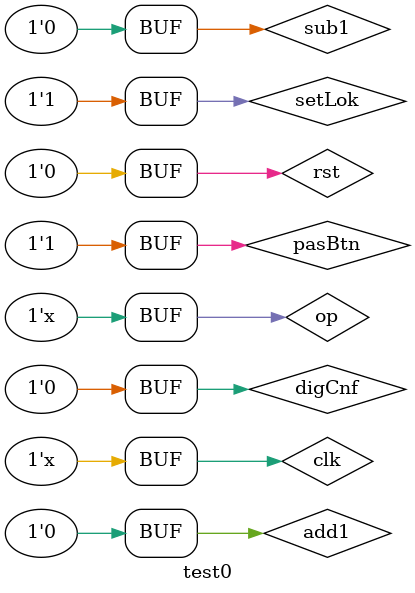
<source format=v>
`timescale 1ns / 1ps


module test0();

    reg clk;
	reg rst;
	reg add1;
	reg sub1;
	reg digCnf;
	reg pasBtn;
	reg setLok;
	wire [7:0] cntDn;
	wire [3:0] blue;
	wire [3:0] green;
	wire [3:0] red;
	wire [3:0] an0;
	wire [3:0] an1;
	wire [7:0] pipe0;
	wire [7:0] pipe1;
	
	wire enEnter;
	wire lockState;
	wire inpFin;
	wire [31:0] pw;
	wire [2:0] pw_num;
	// wire scaleTime;
	// wire scaleTime_d;
	wire [3:0] id0;
	wire [3:0] id1;
	
	main u0(
        .clk(clk), 
        .rst(rst), 
        .add1(add1), 
        .sub1(sub1),
        .digCnf(digCnf),
        .pasBtn(pasBtn),
        .setLok(setLok), 
        
        .cntDn(cntDn),
        // .blue(blue),
        // .green(green),
        .red(red), 
        .an0(an0), 
        .an1(an1), 
        .pipe0(pipe0),
        .pipe1(pipe1)
        
        // .enEnter(enEnter),
        // .lockState(lockState),
        // .inpFin(inpFin)
        //.pw(pw),
        //.pw_num(pw_num),
        //.scaleTime(scaleTime),
        //.scaleTime_d(scaleTime_d)
        //.id0(id0),
        //.id1(id1)
	);
	
	reg op;
	
	initial begin
        // $dumpfile("test0.vcd");
        // $dumpvars(0, test0);

        clk = 0;
        rst = 0;
        op = 0;
        pasBtn = 0;
        add1 = 0;
        sub1 = 0;
        digCnf = 0;
        setLok = 0;
	end
	
	always #1   clk = ~clk;
    always #100000000 op = ~op;
    
    always @ (op) begin
        #10 pasBtn <= 1;
        #10 digCnf <= ~digCnf;
        #10 digCnf <= ~digCnf;
        #10 digCnf <= ~digCnf;
        #10 digCnf <= ~digCnf;
        #10 digCnf <= ~digCnf;
        #10 digCnf <= ~digCnf;
        #10 digCnf <= ~digCnf;
        #10 digCnf <= ~digCnf;
        #10 pasBtn <= 0;
        
        #5 digCnf = 0;
        
        #10 pasBtn <= 1;
        #5 add1 <= 1; #5 add1 <= 0;
        #5 add1 <= 1; #5 add1 <= 0;
        #5 add1 <= 1; #5 add1 <= 0;
        #5 add1 <= 1; #5 add1 <= 0;
        #5 add1 <= 1; #5 add1 <= 0;
        #5 add1 <= 1; #5 add1 <= 0;
        #5 digCnf <= 1; #5 digCnf <= 0;
        
        #5 add1 <= 1; #5 add1 <= 0;
        #5 add1 <= 1; #5 add1 <= 0;
        #5 digCnf <= 1; #5 digCnf <= 0;
        
        #5 add1 <= 1; #5 add1 <= 0;
        #5 add1 <= 1; #5 add1 <= 0;
        #5 add1 <= 1; #5 add1 <= 0;
        #5 add1 <= 1; #5 add1 <= 0;
        #5 add1 <= 1; #5 add1 <= 0;
        #5 add1 <= 1; #5 add1 <= 0;
        #5 digCnf <= 1; #5 digCnf <= 0;

        #5 add1 <= 1; #5 add1 <= 0;
        #5 add1 <= 1; #5 add1 <= 0;
        #5 add1 <= 1; #5 add1 <= 0;
        #5 add1 <= 1; #5 add1 <= 0;
        #5 add1 <= 1; #5 add1 <= 0;
        #5 add1 <= 1; #5 add1 <= 0;
        #5 add1 <= 1; #5 add1 <= 0;
        #5 add1 <= 1; #5 add1 <= 0;
        #5 add1 <= 1; #5 add1 <= 0;
        #5 add1 <= 1; #5 add1 <= 0;
        #5 add1 <= 1; #5 add1 <= 0;
        #5 add1 <= 1; #5 add1 <= 0;
        #5 sub1 <= 1; #5 sub1 <= 0;
        #5 sub1 <= 1; #5 sub1 <= 0;
        #5 sub1 <= 1; #5 sub1 <= 0;
        #5 sub1 <= 1; #5 sub1 <= 0;
        #5 sub1 <= 1; #5 sub1 <= 0;
        #5 sub1 <= 1; #5 sub1 <= 0;
        #5 add1 <= 1; #5 add1 <= 0;
        #5 add1 <= 1; #5 add1 <= 0;
        #5 digCnf <= 1; #5 digCnf <= 0;
        #5 digCnf <= 1; #5 digCnf <= 0;

        #5 sub1 <= 1; #5 sub1 <= 0;
        #5 digCnf <= 1; #5 digCnf <= 0;
        
        #5 pasBtn <= 0;
        
        #5 pasBtn <= 1;
        #5 sub1 <= 1; #5 sub1 <= 0;
        #5 sub1 <= 1; #5 sub1 <= 0;
        #5 add1 <= 1; #5 add1 <= 0;
        #5 add1 <= 1; #5 add1 <= 0;
        #5 add1 <= 1; #5 add1 <= 0;
        #5 digCnf <= 1; #5 digCnf <= 0;
        #5 pasBtn <= 0;

        #40 pasBtn <= 1;
        #5 add1 <= 1; #5 add1 <= 0;
        #5 add1 <= 1; #5 add1 <= 0;
        #5 add1 <= 1; #5 add1 <= 0;
        #5 add1 <= 1; #5 add1 <= 0;
        #5 add1 <= 1; #5 add1 <= 0;
        #5 add1 <= 1; #5 add1 <= 0;
        #5 digCnf <= 1; #5 digCnf <= 0;

        #5 add1 <= 1; #5 add1 <= 0;
        #5 add1 <= 1; #5 add1 <= 0;
        #5 digCnf <= 1; #5 digCnf <= 0;

        #5 add1 <= 1; #5 add1 <= 0;
        #5 add1 <= 1; #5 add1 <= 0;
        #5 add1 <= 1; #5 add1 <= 0;
        #5 add1 <= 1; #5 add1 <= 0;
        #5 add1 <= 1; #5 add1 <= 0;
        #5 add1 <= 1; #5 add1 <= 0;
        #5 digCnf <= 1; #5 digCnf <= 0;

        #5 sub1 <= 1; #5 sub1 <= 0;
        #5 sub1 <= 1; #5 sub1 <= 0;
        #5 digCnf <= 1; #5 digCnf <= 0;

        #5 digCnf <= 1; #5 digCnf <= 0;

        #5 sub1 <= 1; #5 sub1 <= 0;
        #5 digCnf <= 1; #5 digCnf <= 0;
        #5 pasBtn <= 0;

        #20 setLok <= 1;

        #20 pasBtn <= 1;

        #5 sub1 <= 1; #5 sub1 <= 0;
        #5 digCnf <= 1; #5 digCnf <= 0;

        #5 sub1 <= 1; #5 sub1 <= 0;
        #5 digCnf <= 1; #5 digCnf <= 0;

        #5 sub1 <= 1; #5 sub1 <= 0;
        #5 digCnf <= 1; #5 digCnf <= 0;

        #5 sub1 <= 1; #5 sub1 <= 0;
        #5 digCnf <= 1; #5 digCnf <= 0;

        #5 sub1 <= 1; #5 sub1 <= 0;
        #5 digCnf <= 1; #5 digCnf <= 0;

        #5 sub1 <= 1; #5 sub1 <= 0;
        #5 digCnf <= 1; #5 digCnf <= 0;

        #5 sub1 <= 1; #5 sub1 <= 0;
        #5 digCnf <= 1; #5 digCnf <= 0;

        #5 sub1 <= 1; #5 sub1 <= 0;
        #5 digCnf <= 1; #5 digCnf <= 0;

    end

endmodule

</source>
